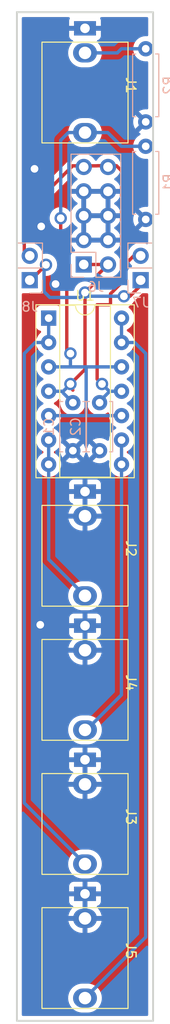
<source format=kicad_pcb>
(kicad_pcb (version 20211014) (generator pcbnew)
  (layers (0 "F.Cu" signal) (31 "B.Cu" signal) (44 "Edge.Cuts" user))
  (net 0 "")
  (net 1 "+12V")
  (net 2 "GND")
  (net 3 "Net-(U1-Pad10)")
  (net 4 "Net-(U1-Pad6)")
  (net 5 "Net-(U1-Pad1)")
  (net 6 "Net-(U1-Pad13)")
  (net 7 "Net-(J1-PadTN)")
  (net 8 "-12V")
  (net 9 "Net-(J4-PadT)")
  (footprint "Package_DIP:DIP-14_W7.62mm_Socket" (layer "F.Cu") (at 4.32 32.872)
    (fp_text reference "U1" (at 3.81 -2.33) (layer "F.SilkS"))
    (fp_text value "LM324")
    (fp_line (start 2.81 -1.33) (end 1.16 -1.33) (layer "F.SilkS") (width 0.12))
    (fp_line (start 6.46 16.57) (end 6.46 -1.33) (layer "F.SilkS") (width 0.12))
    (fp_line (start -1.33 -1.39) (end -1.33 16.63) (layer "F.SilkS") (width 0.12))
    (fp_line (start 6.46 -1.33) (end 4.81 -1.33) (layer "F.SilkS") (width 0.12))
    (fp_line (start 8.95 16.63) (end 8.95 -1.39) (layer "F.SilkS") (width 0.12))
    (fp_line (start -1.33 16.63) (end 8.95 16.63) (layer "F.SilkS") (width 0.12))
    (fp_line (start 1.16 -1.33) (end 1.16 16.57) (layer "F.SilkS") (width 0.12))
    (fp_line (start 8.95 -1.39) (end -1.33 -1.39) (layer "F.SilkS") (width 0.12))
    (fp_line (start 1.16 16.57) (end 6.46 16.57) (layer "F.SilkS") (width 0.12))
    (fp_arc (start 4.81 -1.33) (mid 3.81 -0.33) (end 2.81 -1.33) (layer "F.SilkS") (width 0.12))
    (pad "1" thru_hole rect (at 0 0) (size 1.6 1.6) (drill 0.8) (layers *.Cu *.Mask) (net 5 "Net-(U1-Pad1)"))
    (pad "2" thru_hole oval (at 0 2.54) (size 1.6 1.6) (drill 0.8) (layers *.Cu *.Mask) (net 5 "Net-(U1-Pad1)"))
    (pad "3" thru_hole oval (at 0 5.08) (size 1.6 1.6) (drill 0.8) (layers *.Cu *.Mask) (net 3 "Net-(U1-Pad10)"))
    (pad "4" thru_hole oval (at 0 7.62) (size 1.6 1.6) (drill 0.8) (layers *.Cu *.Mask) (net 1 "+12V"))
    (pad "5" thru_hole oval (at 0 10.16) (size 1.6 1.6) (drill 0.8) (layers *.Cu *.Mask) (net 3 "Net-(U1-Pad10)"))
    (pad "6" thru_hole oval (at 0 12.7) (size 1.6 1.6) (drill 0.8) (layers *.Cu *.Mask) (net 4 "Net-(U1-Pad6)"))
    (pad "7" thru_hole oval (at 0 15.24) (size 1.6 1.6) (drill 0.8) (layers *.Cu *.Mask) (net 4 "Net-(U1-Pad6)"))
    (pad "8" thru_hole oval (at 7.62 15.24) (size 1.6 1.6) (drill 0.8) (layers *.Cu *.Mask) (net 9 "Net-(J4-PadT)"))
    (pad "9" thru_hole oval (at 7.62 12.7) (size 1.6 1.6) (drill 0.8) (layers *.Cu *.Mask) (net 9 "Net-(J4-PadT)"))
    (pad "10" thru_hole oval (at 7.62 10.16) (size 1.6 1.6) (drill 0.8) (layers *.Cu *.Mask) (net 3 "Net-(U1-Pad10)"))
    (pad "11" thru_hole oval (at 7.62 7.62) (size 1.6 1.6) (drill 0.8) (layers *.Cu *.Mask) (net 8 "-12V"))
    (pad "12" thru_hole oval (at 7.62 5.08) (size 1.6 1.6) (drill 0.8) (layers *.Cu *.Mask) (net 3 "Net-(U1-Pad10)"))
    (pad "13" thru_hole oval (at 7.62 2.54) (size 1.6 1.6) (drill 0.8) (layers *.Cu *.Mask) (net 6 "Net-(U1-Pad13)"))
    (pad "14" thru_hole oval (at 7.62 0) (size 1.6 1.6) (drill 0.8) (layers *.Cu *.Mask) (net 6 "Net-(U1-Pad13)"))
  )
  (footprint "Eurorack:Thonkiconn" (layer "F.Cu") (at 8.12 70.85 -90)
    (fp_text reference "J4" (at 0 -4.8 -90 unlocked) (layer "F.SilkS"))
    (fp_text value "AudioJack2_SwitchT")
    (fp_rect (start -4.5 -4.5) (end 6 4.5) (layer "F.SilkS") (width 0.12) (fill none))
    (pad "S" thru_hole trapezoid (at -5.94 0 270) (size 1.5 2.3) (drill 1) (layers *.Cu *.Mask) (net 2 "GND"))
    (pad "T" thru_hole oval (at 4.92 0 270) (size 2 2.5) (drill oval 1.3) (layers *.Cu *.Mask) (net 9 "Net-(J4-PadT)"))
    (pad "TN" thru_hole oval (at -3.38 0 270) (size 2 2.5) (drill oval 1.3) (layers *.Cu *.Mask) (net 2 "GND"))
  )
  (footprint "Eurorack:Thonkiconn" (layer "F.Cu") (at 8.12 84.82 -90)
    (fp_text reference "J3" (at 0 -4.8 -90 unlocked) (layer "F.SilkS"))
    (fp_text value "AudioJack2_SwitchT")
    (fp_rect (start -4.5 -4.5) (end 6 4.5) (layer "F.SilkS") (width 0.12) (fill none))
    (pad "S" thru_hole trapezoid (at -5.94 0 270) (size 1.5 2.3) (drill 1) (layers *.Cu *.Mask) (net 2 "GND"))
    (pad "T" thru_hole oval (at 4.92 0 270) (size 2 2.5) (drill oval 1.3) (layers *.Cu *.Mask) (net 5 "Net-(U1-Pad1)"))
    (pad "TN" thru_hole oval (at -3.38 0 270) (size 2 2.5) (drill oval 1.3) (layers *.Cu *.Mask) (net 2 "GND"))
  )
  (footprint "Eurorack:Thonkiconn" (layer "F.Cu") (at 8.12 98.79 -90)
    (fp_text reference "J5" (at 0 -4.8 -90 unlocked) (layer "F.SilkS"))
    (fp_text value "AudioJack2_SwitchT")
    (fp_rect (start -4.5 -4.5) (end 6 4.5) (layer "F.SilkS") (width 0.12) (fill none))
    (pad "S" thru_hole trapezoid (at -5.94 0 270) (size 1.5 2.3) (drill 1) (layers *.Cu *.Mask) (net 2 "GND"))
    (pad "T" thru_hole oval (at 4.92 0 270) (size 2 2.5) (drill oval 1.3) (layers *.Cu *.Mask) (net 6 "Net-(U1-Pad13)"))
    (pad "TN" thru_hole oval (at -3.38 0 270) (size 2 2.5) (drill oval 1.3) (layers *.Cu *.Mask) (net 2 "GND"))
  )
  (footprint "Eurorack:Thonkiconn" (layer "F.Cu") (at 8.12 8.62 -90)
    (fp_text reference "J1" (at 0 -4.8 -90 unlocked) (layer "F.SilkS"))
    (fp_text value "AudioJack2_SwitchT")
    (fp_rect (start -4.5 -4.5) (end 6 4.5) (layer "F.SilkS") (width 0.12) (fill none))
    (pad "S" thru_hole trapezoid (at -5.94 0 270) (size 1.5 2.3) (drill 1) (layers *.Cu *.Mask) (net 2 "GND"))
    (pad "T" thru_hole oval (at 4.92 0 270) (size 2 2.5) (drill oval 1.3) (layers *.Cu *.Mask) (net 3 "Net-(U1-Pad10)"))
    (pad "TN" thru_hole oval (at -3.38 0 270) (size 2 2.5) (drill oval 1.3) (layers *.Cu *.Mask) (net 7 "Net-(J1-PadTN)"))
  )
  (footprint "Eurorack:Thonkiconn" (layer "F.Cu") (at 8.12 56.88 -90)
    (fp_text reference "J2" (at 0 -4.8 -90 unlocked) (layer "F.SilkS"))
    (fp_text value "AudioJack2_SwitchT")
    (fp_rect (start -4.5 -4.5) (end 6 4.5) (layer "F.SilkS") (width 0.12) (fill none))
    (pad "S" thru_hole trapezoid (at -5.94 0 270) (size 1.5 2.3) (drill 1) (layers *.Cu *.Mask) (net 2 "GND"))
    (pad "T" thru_hole oval (at 4.92 0 270) (size 2 2.5) (drill oval 1.3) (layers *.Cu *.Mask) (net 4 "Net-(U1-Pad6)"))
    (pad "TN" thru_hole oval (at -3.38 0 270) (size 2 2.5) (drill oval 1.3) (layers *.Cu *.Mask) (net 2 "GND"))
  )
  (footprint "Connector_PinHeader_2.54mm:PinHeader_1x02_P2.54mm_Vertical" (layer "B.Cu") (at 13.94 28.92)
    (fp_text reference "J7" (at 0 2.33) (layer "B.SilkS") (effects (justify mirror)))
    (fp_text value "Conn_01x02_Male")
    (fp_line (start -1.33 1.33) (end 0 1.33) (layer "B.SilkS") (width 0.12))
    (fp_line (start -1.33 -1.27) (end 1.33 -1.27) (layer "B.SilkS") (width 0.12))
    (fp_line (start -1.33 -3.87) (end 1.33 -3.87) (layer "B.SilkS") (width 0.12))
    (fp_line (start 1.33 -1.27) (end 1.33 -3.87) (layer "B.SilkS") (width 0.12))
    (fp_line (start -1.33 0) (end -1.33 1.33) (layer "B.SilkS") (width 0.12))
    (fp_line (start -1.33 -1.27) (end -1.33 -3.87) (layer "B.SilkS") (width 0.12))
    (pad "1" thru_hole rect (at 0 0) (size 1.7 1.7) (drill 1) (layers *.Cu *.Mask) (net 1 "+12V"))
    (pad "2" thru_hole oval (at 0 -2.54) (size 1.7 1.7) (drill 1) (layers *.Cu *.Mask) (net 8 "-12V"))
  )
  (footprint "Connector_PinHeader_2.54mm:PinHeader_2x05_P2.54mm_Vertical" (layer "B.Cu") (at 7.988 27.284)
    (fp_text reference "J6" (at 1.27 2.33) (layer "B.SilkS") (effects (justify mirror)))
    (fp_text value "Conn_02x05_Odd_Even")
    (fp_line (start 1.27 -1.27) (end 1.27 1.33) (layer "B.SilkS") (width 0.12))
    (fp_line (start -1.33 -11.49) (end 3.87 -11.49) (layer "B.SilkS") (width 0.12))
    (fp_line (start 1.27 1.33) (end 3.87 1.33) (layer "B.SilkS") (width 0.12))
    (fp_line (start -1.33 -1.27) (end -1.33 -11.49) (layer "B.SilkS") (width 0.12))
    (fp_line (start -1.33 0) (end -1.33 1.33) (layer "B.SilkS") (width 0.12))
    (fp_line (start 3.87 1.33) (end 3.87 -11.49) (layer "B.SilkS") (width 0.12))
    (fp_line (start -1.33 1.33) (end 0 1.33) (layer "B.SilkS") (width 0.12))
    (fp_line (start -1.33 -1.27) (end 1.27 -1.27) (layer "B.SilkS") (width 0.12))
    (pad "1" thru_hole rect (at 0 0) (size 1.7 1.7) (drill 1) (layers *.Cu *.Mask) (net 1 "+12V"))
    (pad "2" thru_hole oval (at 2.54 0) (size 1.7 1.7) (drill 1) (layers *.Cu *.Mask) (net 1 "+12V"))
    (pad "3" thru_hole oval (at 0 -2.54) (size 1.7 1.7) (drill 1) (layers *.Cu *.Mask) (net 2 "GND"))
    (pad "4" thru_hole oval (at 2.54 -2.54) (size 1.7 1.7) (drill 1) (layers *.Cu *.Mask) (net 2 "GND"))
    (pad "5" thru_hole oval (at 0 -5.08) (size 1.7 1.7) (drill 1) (layers *.Cu *.Mask) (net 2 "GND"))
    (pad "6" thru_hole oval (at 2.54 -5.08) (size 1.7 1.7) (drill 1) (layers *.Cu *.Mask) (net 2 "GND"))
    (pad "7" thru_hole oval (at 0 -7.62) (size 1.7 1.7) (drill 1) (layers *.Cu *.Mask) (net 2 "GND"))
    (pad "8" thru_hole oval (at 2.54 -7.62) (size 1.7 1.7) (drill 1) (layers *.Cu *.Mask) (net 2 "GND"))
    (pad "9" thru_hole oval (at 0 -10.16) (size 1.7 1.7) (drill 1) (layers *.Cu *.Mask) (net 8 "-12V"))
    (pad "10" thru_hole oval (at 2.54 -10.16) (size 1.7 1.7) (drill 1) (layers *.Cu *.Mask) (net 8 "-12V"))
  )
  (footprint "Capacitor_THT:C_Disc_D5.0mm_W2.5mm_P5.00mm" (layer "B.Cu") (at 9.644 41.68 -90)
    (fp_text reference "C2" (at 2.5 2.5 90) (layer "B.SilkS") (effects (justify mirror)))
    (fp_text value "100n")
    (fp_line (start 5.12 -1.055) (end 5.12 -1.37) (layer "B.SilkS") (width 0.12))
    (fp_line (start -0.12 1.37) (end 5.12 1.37) (layer "B.SilkS") (width 0.12))
    (fp_line (start -0.12 1.37) (end -0.12 1.055) (layer "B.SilkS") (width 0.12))
    (fp_line (start 5.12 1.37) (end 5.12 1.055) (layer "B.SilkS") (width 0.12))
    (fp_line (start -0.12 -1.055) (end -0.12 -1.37) (layer "B.SilkS") (width 0.12))
    (fp_line (start -0.12 -1.37) (end 5.12 -1.37) (layer "B.SilkS") (width 0.12))
    (pad "1" thru_hole circle (at 0 0 270) (size 1.6 1.6) (drill 0.8) (layers *.Cu *.Mask) (net 8 "-12V"))
    (pad "2" thru_hole circle (at 5 0 270) (size 1.6 1.6) (drill 0.8) (layers *.Cu *.Mask) (net 2 "GND"))
  )
  (footprint "Capacitor_THT:C_Disc_D5.0mm_W2.5mm_P5.00mm" (layer "B.Cu") (at 6.85 41.68 -90)
    (fp_text reference "C1" (at 2.5 2.5 90) (layer "B.SilkS") (effects (justify mirror)))
    (fp_text value "100n")
    (fp_line (start -0.12 -1.37) (end 5.12 -1.37) (layer "B.SilkS") (width 0.12))
    (fp_line (start 5.12 -1.055) (end 5.12 -1.37) (layer "B.SilkS") (width 0.12))
    (fp_line (start -0.12 1.37) (end -0.12 1.055) (layer "B.SilkS") (width 0.12))
    (fp_line (start 5.12 1.37) (end 5.12 1.055) (layer "B.SilkS") (width 0.12))
    (fp_line (start -0.12 1.37) (end 5.12 1.37) (layer "B.SilkS") (width 0.12))
    (fp_line (start -0.12 -1.055) (end -0.12 -1.37) (layer "B.SilkS") (width 0.12))
    (pad "1" thru_hole circle (at 0 0 270) (size 1.6 1.6) (drill 0.8) (layers *.Cu *.Mask) (net 1 "+12V"))
    (pad "2" thru_hole circle (at 5 0 270) (size 1.6 1.6) (drill 0.8) (layers *.Cu *.Mask) (net 2 "GND"))
  )
  (footprint "Resistor_THT:R_Axial_DIN0207_L6.3mm_D2.5mm_P7.62mm_Horizontal" (layer "B.Cu") (at 14.47 22.59 90)
    (fp_text reference "R1" (at 3.81 2.37 90) (layer "B.SilkS") (effects (justify mirror)))
    (fp_text value "1Meg")
    (fp_line (start 7.08 -1.37) (end 7.08 -1.04) (layer "B.SilkS") (width 0.12))
    (fp_line (start 0.54 -1.04) (end 0.54 -1.37) (layer "B.SilkS") (width 0.12))
    (fp_line (start 0.54 1.37) (end 7.08 1.37) (layer "B.SilkS") (width 0.12))
    (fp_line (start 0.54 1.04) (end 0.54 1.37) (layer "B.SilkS") (width 0.12))
    (fp_line (start 0.54 -1.37) (end 7.08 -1.37) (layer "B.SilkS") (width 0.12))
    (fp_line (start 7.08 1.37) (end 7.08 1.04) (layer "B.SilkS") (width 0.12))
    (pad "1" thru_hole circle (at 0 0 90) (size 1.6 1.6) (drill 0.8) (layers *.Cu *.Mask) (net 2 "GND"))
    (pad "2" thru_hole oval (at 7.62 0 90) (size 1.6 1.6) (drill 0.8) (layers *.Cu *.Mask) (net 3 "Net-(U1-Pad10)"))
  )
  (footprint "Resistor_THT:R_Axial_DIN0207_L6.3mm_D2.5mm_P7.62mm_Horizontal" (layer "B.Cu") (at 14.47 12.43 90)
    (fp_text reference "R2" (at 3.81 2.37 90) (layer "B.SilkS") (effects (justify mirror)))
    (fp_text value "20k")
    (fp_line (start 7.08 1.37) (end 7.08 1.04) (layer "B.SilkS") (width 0.12))
    (fp_line (start 0.54 1.37) (end 7.08 1.37) (layer "B.SilkS") (width 0.12))
    (fp_line (start 7.08 -1.37) (end 7.08 -1.04) (layer "B.SilkS") (width 0.12))
    (fp_line (start 0.54 -1.37) (end 7.08 -1.37) (layer "B.SilkS") (width 0.12))
    (fp_line (start 0.54 -1.04) (end 0.54 -1.37) (layer "B.SilkS") (width 0.12))
    (fp_line (start 0.54 1.04) (end 0.54 1.37) (layer "B.SilkS") (width 0.12))
    (pad "1" thru_hole circle (at 0 0 90) (size 1.6 1.6) (drill 0.8) (layers *.Cu *.Mask) (net 2 "GND"))
    (pad "2" thru_hole oval (at 7.62 0 90) (size 1.6 1.6) (drill 0.8) (layers *.Cu *.Mask) (net 7 "Net-(J1-PadTN)"))
  )
  (footprint "Connector_PinSocket_2.54mm:PinSocket_1x02_P2.54mm_Vertical" (layer "B.Cu") (at 2.34 28.92)
    (fp_text reference "J8" (at 0 2.77) (layer "B.SilkS") (effects (justify mirror)))
    (fp_text value "Conn_01x02_Female")
    (fp_line (start -1.33 -1.27) (end 1.33 -1.27) (layer "B.SilkS") (width 0.12))
    (fp_line (start -1.33 -1.27) (end -1.33 -3.87) (layer "B.SilkS") (width 0.12))
    (fp_line (start -1.33 -3.87) (end 1.33 -3.87) (layer "B.SilkS") (width 0.12))
    (fp_line (start 0 1.33) (end 1.33 1.33) (layer "B.SilkS") (width 0.12))
    (fp_line (start 1.33 -1.27) (end 1.33 -3.87) (layer "B.SilkS") (width 0.12))
    (fp_line (start 1.33 1.33) (end 1.33 0) (layer "B.SilkS") (width 0.12))
    (pad "1" thru_hole rect (at 0 0) (size 1.7 1.7) (drill 1) (layers *.Cu *.Mask) (net 1 "+12V"))
    (pad "2" thru_hole oval (at 0 -2.54) (size 1.7 1.7) (drill 1) (layers *.Cu *.Mask) (net 8 "-12V"))
  )
  (gr_rect (start 1 1) (end 15.24 106.08) (layer "Edge.Cuts") (width 0.2) (fill none))
  (segment (start 9.38 28.95) (end 9.38 28.432) (width 0.35) (layer "F.Cu") (net 1))
  (segment (start 7.988 27.284) (end 10.528 27.284) (width 0.35) (layer "F.Cu") (net 1))
  (segment (start 2.44 28.92) (end 4.04 27.32) (width 0.35) (layer "F.Cu") (net 1))
  (segment (start 9.38 28.95) (end 8.12 30.21) (width 0.35) (layer "F.Cu") (net 1))
  (segment (start 2.34 28.92) (end 2.44 28.92) (width 0.35) (layer "F.Cu") (net 1))
  (segment (start 9.38 28.432) (end 10.528 27.284) (width 0.35) (layer "F.Cu") (net 1))
  (segment (start 8.12 38.211) (end 8.12 30.21) (width 0.35) (layer "F.Cu") (net 1))
  (segment (start 6.84 40.36) (end 6.85 40.37) (width 0.35) (layer "F.Cu") (net 1))
  (segment (start 6.596 39.735) (end 8.12 38.211) (width 0.35) (layer "F.Cu") (net 1))
  (segment (start 12.819 30.591) (end 14.47 28.94) (width 0.35) (layer "F.Cu") (net 1))
  (segment (start 11.93 30.591) (end 12.819 30.591) (width 0.35) (layer "F.Cu") (net 1))
  (via (at 6.596 39.735) (size 1.3) (drill 0.8) (layers "F.Cu" "B.Cu") (net 1))
  (via (at 8.12 30.21) (size 1.3) (drill 0.8) (layers "F.Cu" "B.Cu") (net 1))
  (via (at 4.04 27.32) (size 1.3) (drill 0.8) (layers "F.Cu" "B.Cu") (net 1))
  (via (at 12.188997 30.595997) (size 1.3) (drill 0.8) (layers "F.Cu" "B.Cu") (net 1))
  (segment (start 8.501 30.591) (end 11.93 30.591) (width 0.35) (layer "B.Cu") (net 1))
  (segment (start 4.442 40.37) (end 4.32 40.492) (width 0.35) (layer "B.Cu") (net 1))
  (segment (start 5.707 40.497) (end 5.702 40.492) (width 0.35) (layer "B.Cu") (net 1))
  (segment (start 8.12 30.21) (end 8.501 30.591) (width 0.35) (layer "B.Cu") (net 1))
  (segment (start 6.596 39.735) (end 5.834 40.497) (width 0.35) (layer "B.Cu") (net 1))
  (segment (start 8.12 30.21) (end 7.61 30.72) (width 0.35) (layer "B.Cu") (net 1))
  (segment (start 5.834 40.497) (end 5.707 40.497) (width 0.35) (layer "B.Cu") (net 1))
  (segment (start 3.84 27.52) (end 4.04 27.32) (width 0.35) (layer "B.Cu") (net 1))
  (segment (start 5.834 40.664) (end 5.834 40.497) (width 0.35) (layer "B.Cu") (net 1))
  (segment (start 4.44 30.72) (end 3.84 30.12) (width 0.35) (layer "B.Cu") (net 1))
  (segment (start 3.84 30.12) (end 3.84 27.52) (width 0.35) (layer "B.Cu") (net 1))
  (segment (start 6.85 41.68) (end 5.834 40.664) (width 0.35) (layer "B.Cu") (net 1))
  (segment (start 7.61 30.72) (end 4.44 30.72) (width 0.35) (layer "B.Cu") (net 1))
  (segment (start 5.702 40.492) (end 4.32 40.492) (width 0.35) (layer "B.Cu") (net 1))
  (via (at 3.44 64.82) (size 1.3) (drill 0.8) (layers "F.Cu" "B.Cu") (net 2))
  (via (at 2.84 17.32) (size 1.3) (drill 0.8) (layers "F.Cu" "B.Cu") (net 2))
  (via (at 5.04 29.32) (size 1.3) (drill 0.8) (layers "F.Cu" "B.Cu") (net 2))
  (via (at 3.54 23.32) (size 1.3) (drill 0.8) (layers "F.Cu" "B.Cu") (net 2))
  (segment (start 5.58 24.114) (end 6.215 24.749) (width 0.35) (layer "F.Cu") (net 3))
  (segment (start 6.215 36.179) (end 6.596 36.56) (width 0.35) (layer "F.Cu") (net 3))
  (segment (start 5.58 22.463) (end 5.58 24.114) (width 0.35) (layer "F.Cu") (net 3))
  (segment (start 6.215 24.749) (end 6.215 36.179) (width 0.35) (layer "F.Cu") (net 3))
  (via (at 6.596 36.56) (size 1.3) (drill 0.8) (layers "F.Cu" "B.Cu") (net 3))
  (via (at 5.58 22.463) (size 1.3) (drill 0.8) (layers "F.Cu" "B.Cu") (net 3))
  (segment (start 11.93 14.97) (end 14.47 14.97) (width 0.35) (layer "B.Cu") (net 3))
  (segment (start 8.12 13.54) (end 6.375 13.54) (width 0.35) (layer "B.Cu") (net 3))
  (segment (start 5.58 14.335) (end 5.58 22.463) (width 0.35) (layer "B.Cu") (net 3))
  (segment (start 10.5 13.54) (end 11.93 14.97) (width 0.35) (layer "B.Cu") (net 3))
  (segment (start 4.32 43.032) (end 8.242 43.032) (width 0.35) (layer "B.Cu") (net 3))
  (segment (start 6.375 13.54) (end 5.58 14.335) (width 0.35) (layer "B.Cu") (net 3))
  (segment (start 8.12 13.54) (end 10.5 13.54) (width 0.35) (layer "B.Cu") (net 3))
  (segment (start 6.596 36.56) (end 6.596 37.947) (width 0.35) (layer "B.Cu") (net 3))
  (segment (start 8.242 37.952) (end 8.242 43.032) (width 0.35) (layer "B.Cu") (net 3))
  (segment (start 8.242 43.032) (end 11.94 43.032) (width 0.35) (layer "B.Cu") (net 3))
  (segment (start 6.596 37.947) (end 6.601 37.952) (width 0.35) (layer "B.Cu") (net 3))
  (segment (start 6.601 37.952) (end 8.242 37.952) (width 0.35) (layer "B.Cu") (net 3))
  (segment (start 8.242 37.952) (end 11.94 37.952) (width 0.35) (layer "B.Cu") (net 3))
  (segment (start 4.32 37.952) (end 6.601 37.952) (width 0.35) (layer "B.Cu") (net 3))
  (segment (start 4.32 48.112) (end 4.32 58) (width 0.35) (layer "B.Cu") (net 4))
  (segment (start 4.32 45.572) (end 4.32 48.112) (width 0.35) (layer "B.Cu") (net 4))
  (segment (start 4.32 58) (end 8.12 61.8) (width 0.35) (layer "B.Cu") (net 4))
  (segment (start 2.918 35.412) (end 1.77 36.56) (width 0.35) (layer "B.Cu") (net 5))
  (segment (start 1.77 36.56) (end 1.77 83.39) (width 0.35) (layer "B.Cu") (net 5))
  (segment (start 4.32 32.872) (end 4.32 35.412) (width 0.35) (layer "B.Cu") (net 5))
  (segment (start 1.77 83.39) (end 8.12 89.74) (width 0.35) (layer "B.Cu") (net 5))
  (segment (start 4.32 35.412) (end 2.918 35.412) (width 0.35) (layer "B.Cu") (net 5))
  (segment (start 14.47 97.36) (end 8.12 103.71) (width 0.35) (layer "B.Cu") (net 6))
  (segment (start 14.47 36.56) (end 14.47 97.36) (width 0.35) (layer "B.Cu") (net 6))
  (segment (start 13.322 35.412) (end 14.47 36.56) (width 0.35) (layer "B.Cu") (net 6))
  (segment (start 11.94 32.872) (end 11.94 35.412) (width 0.35) (layer "B.Cu") (net 6))
  (segment (start 11.94 35.412) (end 13.322 35.412) (width 0.35) (layer "B.Cu") (net 6))
  (segment (start 11.5 5.24) (end 11.93 4.81) (width 0.35) (layer "B.Cu") (net 7))
  (segment (start 8.12 5.24) (end 11.5 5.24) (width 0.35) (layer "B.Cu") (net 7))
  (segment (start 11.93 4.81) (end 14.47 4.81) (width 0.35) (layer "B.Cu") (net 7))
  (segment (start 10.787 31.353) (end 10.66 31.48) (width 0.35) (layer "F.Cu") (net 8))
  (segment (start 9.39 39.227) (end 9.898 39.735) (width 0.35) (layer "F.Cu") (net 8))
  (segment (start 11.417 16.997) (end 11.94 17.52) (width 0.35) (layer "F.Cu") (net 8))
  (segment (start 10.787 30.337) (end 10.787 31.353) (width 0.35) (layer "F.Cu") (net 8))
  (segment (start 11.94 17.52) (end 11.94 26.908) (width 0.35) (layer "F.Cu") (net 8))
  (segment (start 6.84 16.997) (end 1.77 22.067) (width 0.35) (layer "F.Cu") (net 8))
  (segment (start 1.77 22.067) (end 1.77 26.4) (width 0.35) (layer "F.Cu") (net 8))
  (segment (start 9.38 16.997) (end 11.417 16.997) (width 0.35) (layer "F.Cu") (net 8))
  (segment (start 9.39 17.007) (end 6.85 17.007) (width 0.35) (layer "F.Cu") (net 8))
  (segment (start 9.39 31.48) (end 9.39 39.227) (width 0.35) (layer "F.Cu") (net 8))
  (segment (start 11.94 26.908) (end 11.94 29.184) (width 0.35) (layer "F.Cu") (net 8))
  (segment (start 13.2 26.4) (end 14.47 26.4) (width 0.35) (layer "F.Cu") (net 8))
  (segment (start 13.2 26.4) (end 12.692 26.908) (width 0.35) (layer "F.Cu") (net 8))
  (segment (start 11.94 29.184) (end 10.787 30.337) (width 0.35) (layer "F.Cu") (net 8))
  (segment (start 12.565 26.908) (end 11.94 26.908) (width 0.35) (layer "F.Cu") (net 8))
  (segment (start 12.692 26.908) (end 12.565 26.908) (width 0.35) (layer "F.Cu") (net 8))
  (segment (start 10.66 31.48) (end 9.39 31.48) (width 0.35) (layer "F.Cu") (net 8))
  (via (at 9.898 39.735) (size 1.3) (drill 0.8) (layers "F.Cu" "B.Cu") (net 8))
  (segment (start 9.517 41.68) (end 10.7 40.497) (width 0.35) (layer "B.Cu") (net 8))
  (segment (start 10.787 40.497) (end 10.792 40.492) (width 0.35) (layer "B.Cu") (net 8))
  (segment (start 9.898 39.735) (end 10.66 40.497) (width 0.35) (layer "B.Cu") (net 8))
  (segment (start 11.818 40.37) (end 11.94 40.492) (width 0.35) (layer "B.Cu") (net 8))
  (segment (start 10.66 40.497) (end 10.787 40.497) (width 0.35) (layer "B.Cu") (net 8))
  (segment (start 10.7 40.497) (end 10.787 40.497) (width 0.35) (layer "B.Cu") (net 8))
  (segment (start 10.792 40.492) (end 11.94 40.492) (width 0.35) (layer "B.Cu") (net 8))
  (segment (start 11.94 45.572) (end 11.94 48.112) (width 0.35) (layer "B.Cu") (net 9))
  (segment (start 11.93 66.066676) (end 11.93 72.12) (width 0.35) (layer "B.Cu") (net 9))
  (segment (start 11.94 66.056676) (end 11.93 66.066676) (width 0.35) (layer "B.Cu") (net 9))
  (segment (start 11.94 48.112) (end 11.94 66.056676) (width 0.35) (layer "B.Cu") (net 9))
  (segment (start 11.93 72.12) (end 8.28 75.77) (width 0.35) (layer "B.Cu") (net 9))
  (segment (start 8.28 75.77) (end 8.12 75.77) (width 0.35) (layer "B.Cu") (net 9))
  (zone (net 2) (net_name "GND") (layers F&B.Cu) (connect_pads (clearance 0.508)) (min_thickness 0.254) (fill yes (thermal_gap 0.508) (thermal_bridge_width 0.508))
    (polygon (pts (xy 17.01 106.41) (xy -0.77 106.41) (xy -0.77 -0.27) (xy 17.01 -0.27)))
  )
)
</source>
